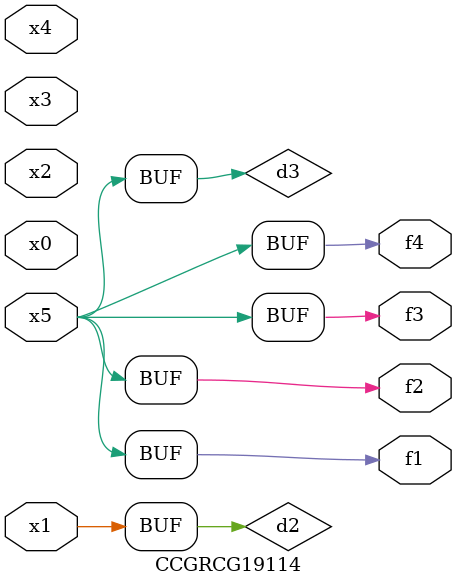
<source format=v>
module CCGRCG19114(
	input x0, x1, x2, x3, x4, x5,
	output f1, f2, f3, f4
);

	wire d1, d2, d3;

	not (d1, x5);
	or (d2, x1);
	xnor (d3, d1);
	assign f1 = d3;
	assign f2 = d3;
	assign f3 = d3;
	assign f4 = d3;
endmodule

</source>
